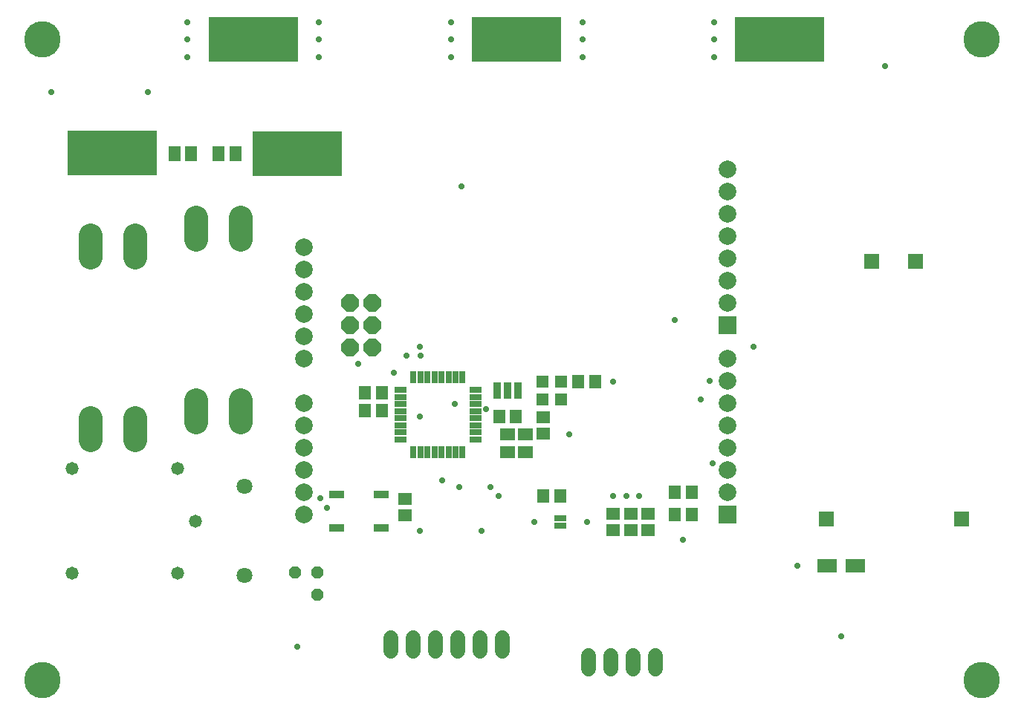
<source format=gbr>
G04 EAGLE Gerber X2 export*
%TF.Part,Single*%
%TF.FileFunction,Soldermask,Top,1*%
%TF.FilePolarity,Negative*%
%TF.GenerationSoftware,Autodesk,EAGLE,9.0.1*%
%TF.CreationDate,2018-07-03T17:36:12Z*%
G75*
%MOMM*%
%FSLAX34Y34*%
%LPD*%
%AMOC8*
5,1,8,0,0,1.08239X$1,22.5*%
G01*
%ADD10R,1.727000X1.427000*%
%ADD11P,1.457113X8X112.500000*%
%ADD12C,1.803400*%
%ADD13C,1.477000*%
%ADD14C,2.667000*%
%ADD15R,10.127000X5.127000*%
%ADD16R,1.327000X1.327000*%
%ADD17R,1.627000X1.427000*%
%ADD18C,1.651000*%
%ADD19R,1.427000X1.727000*%
%ADD20R,1.651000X1.651000*%
%ADD21R,1.427000X1.627000*%
%ADD22R,2.327000X1.527000*%
%ADD23R,1.651000X0.889000*%
%ADD24C,2.006600*%
%ADD25R,2.006600X2.006600*%
%ADD26R,0.827000X1.827000*%
%ADD27R,1.397000X0.762000*%
%ADD28R,1.397000X0.685800*%
%ADD29R,0.685800X1.397000*%
%ADD30P,2.171924X8X292.500000*%
%ADD31C,4.143000*%
%ADD32C,0.731000*%


D10*
X590340Y319670D03*
X590340Y299670D03*
X570340Y319670D03*
X570340Y299670D03*
D11*
X353040Y136970D03*
X353040Y162370D03*
X327640Y162370D03*
D12*
X270340Y260470D03*
X270340Y158870D03*
D13*
X74240Y280870D03*
X194240Y160870D03*
X214240Y220870D03*
X74240Y160870D03*
X194240Y280870D03*
D14*
X265740Y541110D02*
X265740Y566510D01*
X214940Y566510D02*
X214940Y541110D01*
X214940Y358230D02*
X214940Y332830D01*
X265740Y332830D02*
X265740Y358230D01*
X145740Y521110D02*
X145740Y546510D01*
X94940Y546510D02*
X94940Y521110D01*
X94940Y338230D02*
X94940Y312830D01*
X145740Y312830D02*
X145740Y338230D01*
D15*
X280340Y769670D03*
X880340Y769670D03*
X580340Y769670D03*
D16*
X630840Y359670D03*
X609840Y359670D03*
D17*
X610340Y339170D03*
X610340Y320170D03*
X690340Y210170D03*
X690340Y229170D03*
X710340Y210170D03*
X710340Y229170D03*
D18*
X738440Y67290D02*
X738440Y52050D01*
X713040Y52050D02*
X713040Y67290D01*
X687640Y67290D02*
X687640Y52050D01*
X662240Y52050D02*
X662240Y67290D01*
D15*
X330340Y639670D03*
X119660Y640330D03*
D19*
X190840Y639670D03*
X209840Y639670D03*
X259840Y639670D03*
X240840Y639670D03*
D20*
X1035340Y516670D03*
X985340Y516670D03*
X1087340Y222670D03*
X933340Y222670D03*
D21*
X560840Y339670D03*
X579840Y339670D03*
D22*
X966340Y169670D03*
X934340Y169670D03*
D17*
X453340Y227070D03*
X453340Y246070D03*
D23*
X375240Y251220D03*
X426040Y251220D03*
X375240Y213120D03*
X426040Y213120D03*
D21*
X407740Y366670D03*
X426740Y366670D03*
D24*
X338440Y532570D03*
X338440Y507170D03*
X338440Y481770D03*
X338440Y456370D03*
X338440Y430970D03*
X338440Y405570D03*
D25*
X821040Y227770D03*
D24*
X821040Y253170D03*
X821040Y278570D03*
X821040Y303970D03*
X821040Y329370D03*
X821040Y354770D03*
X821040Y380170D03*
X821040Y405570D03*
D25*
X821040Y443670D03*
D24*
X821040Y469070D03*
X821040Y494470D03*
X821040Y519870D03*
X821040Y545270D03*
X821040Y570670D03*
X821040Y596070D03*
X821040Y621470D03*
X338440Y354770D03*
X338440Y329370D03*
X338440Y303970D03*
X338440Y278570D03*
X338440Y253170D03*
X338440Y227770D03*
D21*
X407740Y346670D03*
X426740Y346670D03*
X669840Y379670D03*
X650840Y379670D03*
D16*
X609840Y379670D03*
X630840Y379670D03*
D21*
X779740Y253170D03*
X760740Y253170D03*
X779740Y227770D03*
X760740Y227770D03*
D26*
X558340Y369670D03*
X570340Y369670D03*
X582340Y369670D03*
D21*
X629840Y249670D03*
X610840Y249670D03*
D27*
X630340Y215661D03*
X630340Y223797D03*
D28*
X533766Y314070D03*
X533766Y322070D03*
X533766Y330070D03*
X533766Y338070D03*
X533766Y346070D03*
X533766Y354070D03*
X533766Y362070D03*
X533766Y370070D03*
D29*
X518840Y384996D03*
X510840Y384996D03*
X502840Y384996D03*
X494840Y384996D03*
X486840Y384996D03*
X478840Y384996D03*
X470840Y384996D03*
X462840Y384996D03*
D28*
X447914Y370070D03*
X447914Y362070D03*
X447914Y354070D03*
X447914Y346070D03*
X447914Y338070D03*
X447914Y330070D03*
X447914Y322070D03*
X447914Y314070D03*
D29*
X462840Y299144D03*
X470840Y299144D03*
X478840Y299144D03*
X486840Y299144D03*
X494840Y299144D03*
X502840Y299144D03*
X510840Y299144D03*
X518840Y299144D03*
D18*
X563840Y87290D02*
X563840Y72050D01*
X538440Y72050D02*
X538440Y87290D01*
X513040Y87290D02*
X513040Y72050D01*
X487640Y72050D02*
X487640Y87290D01*
X462240Y87290D02*
X462240Y72050D01*
X436840Y72050D02*
X436840Y87290D01*
D17*
X730340Y210170D03*
X730340Y229170D03*
D30*
X390340Y469670D03*
X415740Y469670D03*
X390340Y444270D03*
X415740Y444270D03*
X390340Y418870D03*
X415740Y418870D03*
D31*
X40340Y39670D03*
X1110340Y39670D03*
X1110340Y769670D03*
X40340Y769670D03*
D32*
X600340Y219670D03*
X660340Y219670D03*
X770340Y199670D03*
X50340Y709670D03*
X1000340Y739670D03*
X517300Y602050D03*
X950340Y89670D03*
X330228Y77384D03*
X805340Y749670D03*
X805340Y769670D03*
X805340Y789670D03*
X205340Y749670D03*
X205340Y769670D03*
X205340Y789670D03*
X355340Y749670D03*
X355340Y769670D03*
X355340Y789670D03*
X505340Y749670D03*
X505340Y769670D03*
X505340Y789670D03*
X655340Y749670D03*
X655340Y769670D03*
X655340Y789670D03*
X545740Y348570D03*
X364440Y235470D03*
X356340Y246870D03*
X160340Y709670D03*
X440340Y389670D03*
X470340Y339670D03*
X560340Y249670D03*
X495340Y267170D03*
X470340Y209670D03*
X690340Y379670D03*
X760340Y449670D03*
X455340Y409670D03*
X470349Y419661D03*
X470840Y409170D03*
X510340Y354670D03*
X850340Y419670D03*
X640340Y319670D03*
X540340Y209670D03*
X900340Y169670D03*
X400000Y399670D03*
X550340Y259670D03*
X515340Y259670D03*
X720340Y249670D03*
X800340Y380170D03*
X705340Y249670D03*
X790340Y359670D03*
X690340Y249670D03*
X803540Y286470D03*
M02*

</source>
